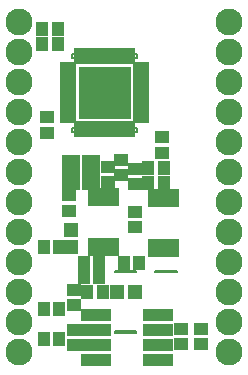
<source format=gts>
G04 (created by PCBNEW (2013-jul-07)-stable) date Mon 28 Dec 2015 12:05:22 PM PST*
%MOIN*%
G04 Gerber Fmt 3.4, Leading zero omitted, Abs format*
%FSLAX34Y34*%
G01*
G70*
G90*
G04 APERTURE LIST*
%ADD10C,0.00393701*%
%ADD11C,0.005*%
%ADD12C,0.002*%
%ADD13R,0.055048X0.025548*%
%ADD14R,0.025548X0.055048*%
%ADD15R,0.177148X0.177148*%
%ADD16R,0.043248X0.051148*%
%ADD17R,0.047148X0.047148*%
%ADD18R,0.051148X0.043248*%
%ADD19R,0.027548X0.062948*%
%ADD20R,0.062948X0.059048*%
%ADD21R,0.102348X0.039348*%
%ADD22O,0.089748X0.089748*%
G04 APERTURE END LIST*
G54D10*
X58870Y-39281D02*
G75*
G03X58870Y-39281I-59J0D01*
G74*
G01*
X58673Y-39281D02*
G75*
G03X58673Y-39281I-59J0D01*
G74*
G01*
X58477Y-39281D02*
G75*
G03X58477Y-39281I-59J0D01*
G74*
G01*
X58280Y-39281D02*
G75*
G03X58280Y-39281I-59J0D01*
G74*
G01*
X58083Y-39281D02*
G75*
G03X58083Y-39281I-59J0D01*
G74*
G01*
X57887Y-39281D02*
G75*
G03X57887Y-39281I-59J0D01*
G74*
G01*
X57690Y-39281D02*
G75*
G03X57690Y-39281I-59J0D01*
G74*
G01*
X57493Y-39281D02*
G75*
G03X57493Y-39281I-59J0D01*
G74*
G01*
X57297Y-39281D02*
G75*
G03X57297Y-39281I-59J0D01*
G74*
G01*
X57100Y-39281D02*
G75*
G03X57100Y-39281I-59J0D01*
G74*
G01*
X56932Y-39113D02*
G75*
G03X56932Y-39113I-59J0D01*
G74*
G01*
X57100Y-37175D02*
G75*
G03X57100Y-37175I-59J0D01*
G74*
G01*
X59038Y-39113D02*
G75*
G03X59038Y-39113I-59J0D01*
G74*
G01*
X59038Y-38916D02*
G75*
G03X59038Y-38916I-59J0D01*
G74*
G01*
X59038Y-38720D02*
G75*
G03X59038Y-38720I-59J0D01*
G74*
G01*
X59038Y-38523D02*
G75*
G03X59038Y-38523I-59J0D01*
G74*
G01*
X59038Y-38326D02*
G75*
G03X59038Y-38326I-59J0D01*
G74*
G01*
X59038Y-38130D02*
G75*
G03X59038Y-38130I-59J0D01*
G74*
G01*
X59038Y-37933D02*
G75*
G03X59038Y-37933I-59J0D01*
G74*
G01*
X59038Y-37736D02*
G75*
G03X59038Y-37736I-59J0D01*
G74*
G01*
X59038Y-37540D02*
G75*
G03X59038Y-37540I-59J0D01*
G74*
G01*
X59038Y-37343D02*
G75*
G03X59038Y-37343I-59J0D01*
G74*
G01*
X56932Y-38916D02*
G75*
G03X56932Y-38916I-59J0D01*
G74*
G01*
X56932Y-38720D02*
G75*
G03X56932Y-38720I-59J0D01*
G74*
G01*
X56932Y-38523D02*
G75*
G03X56932Y-38523I-59J0D01*
G74*
G01*
X56932Y-38326D02*
G75*
G03X56932Y-38326I-59J0D01*
G74*
G01*
X56932Y-38130D02*
G75*
G03X56932Y-38130I-59J0D01*
G74*
G01*
X56932Y-37933D02*
G75*
G03X56932Y-37933I-59J0D01*
G74*
G01*
X56932Y-37736D02*
G75*
G03X56932Y-37736I-59J0D01*
G74*
G01*
X56932Y-37540D02*
G75*
G03X56932Y-37540I-59J0D01*
G74*
G01*
X56932Y-37343D02*
G75*
G03X56932Y-37343I-59J0D01*
G74*
G01*
X57297Y-37175D02*
G75*
G03X57297Y-37175I-59J0D01*
G74*
G01*
X57493Y-37175D02*
G75*
G03X57493Y-37175I-59J0D01*
G74*
G01*
X57690Y-37175D02*
G75*
G03X57690Y-37175I-59J0D01*
G74*
G01*
X57887Y-37175D02*
G75*
G03X57887Y-37175I-59J0D01*
G74*
G01*
X58083Y-37175D02*
G75*
G03X58083Y-37175I-59J0D01*
G74*
G01*
X58280Y-37175D02*
G75*
G03X58280Y-37175I-59J0D01*
G74*
G01*
X58477Y-37175D02*
G75*
G03X58477Y-37175I-59J0D01*
G74*
G01*
X58673Y-37175D02*
G75*
G03X58673Y-37175I-59J0D01*
G74*
G01*
X58870Y-37175D02*
G75*
G03X58870Y-37175I-59J0D01*
G74*
G01*
G54D11*
X56499Y-37402D02*
X56883Y-37402D01*
X56883Y-37402D02*
X56883Y-37284D01*
X56883Y-37284D02*
X56499Y-37284D01*
X56499Y-37284D02*
X56499Y-37402D01*
X56499Y-37599D02*
X56883Y-37599D01*
X56883Y-37599D02*
X56883Y-37480D01*
X56883Y-37480D02*
X56499Y-37480D01*
X56499Y-37480D02*
X56499Y-37599D01*
X56499Y-37795D02*
X56883Y-37795D01*
X56883Y-37795D02*
X56883Y-37677D01*
X56883Y-37677D02*
X56499Y-37677D01*
X56499Y-37677D02*
X56499Y-37795D01*
X56499Y-37992D02*
X56883Y-37992D01*
X56883Y-37992D02*
X56883Y-37874D01*
X56883Y-37874D02*
X56499Y-37874D01*
X56499Y-37874D02*
X56499Y-37992D01*
X56499Y-38189D02*
X56883Y-38189D01*
X56883Y-38189D02*
X56883Y-38071D01*
X56883Y-38071D02*
X56499Y-38071D01*
X56499Y-38071D02*
X56499Y-38189D01*
X56499Y-38385D02*
X56883Y-38385D01*
X56883Y-38385D02*
X56883Y-38267D01*
X56883Y-38267D02*
X56499Y-38267D01*
X56499Y-38267D02*
X56499Y-38385D01*
X56499Y-38582D02*
X56893Y-38582D01*
X56893Y-38582D02*
X56893Y-38464D01*
X56893Y-38464D02*
X56499Y-38464D01*
X56499Y-38464D02*
X56499Y-38582D01*
X56499Y-38779D02*
X56883Y-38779D01*
X56883Y-38779D02*
X56883Y-38661D01*
X56883Y-38661D02*
X56499Y-38661D01*
X56499Y-38661D02*
X56499Y-38779D01*
X56499Y-39172D02*
X56883Y-39172D01*
X56883Y-39172D02*
X56883Y-39054D01*
X56883Y-39054D02*
X56499Y-39054D01*
X56499Y-39054D02*
X56499Y-39172D01*
X56499Y-38976D02*
X56883Y-38976D01*
X56883Y-38976D02*
X56883Y-38857D01*
X56883Y-38857D02*
X56499Y-38857D01*
X56499Y-38857D02*
X56499Y-38976D01*
X56849Y-39522D02*
X57233Y-39522D01*
X57233Y-39522D02*
X57233Y-39404D01*
X57233Y-39404D02*
X56849Y-39404D01*
X56849Y-39404D02*
X56849Y-39522D01*
X57046Y-39522D02*
X57429Y-39522D01*
X57429Y-39522D02*
X57429Y-39404D01*
X57429Y-39404D02*
X57046Y-39404D01*
X57046Y-39404D02*
X57046Y-39522D01*
X57242Y-39522D02*
X57626Y-39522D01*
X57626Y-39522D02*
X57626Y-39404D01*
X57626Y-39404D02*
X57242Y-39404D01*
X57242Y-39404D02*
X57242Y-39522D01*
X57439Y-39522D02*
X57823Y-39522D01*
X57823Y-39522D02*
X57823Y-39404D01*
X57823Y-39404D02*
X57439Y-39404D01*
X57439Y-39404D02*
X57439Y-39522D01*
X57636Y-39522D02*
X58019Y-39522D01*
X58019Y-39522D02*
X58019Y-39404D01*
X58019Y-39404D02*
X57636Y-39404D01*
X57636Y-39404D02*
X57636Y-39522D01*
X57833Y-39522D02*
X58216Y-39522D01*
X58216Y-39522D02*
X58216Y-39404D01*
X58216Y-39404D02*
X57833Y-39404D01*
X57833Y-39404D02*
X57833Y-39522D01*
X58029Y-39522D02*
X58413Y-39522D01*
X58413Y-39522D02*
X58413Y-39404D01*
X58413Y-39404D02*
X58029Y-39404D01*
X58029Y-39404D02*
X58029Y-39522D01*
X58226Y-39522D02*
X58610Y-39522D01*
X58610Y-39522D02*
X58610Y-39404D01*
X58610Y-39404D02*
X58226Y-39404D01*
X58226Y-39404D02*
X58226Y-39522D01*
X58423Y-39522D02*
X58806Y-39522D01*
X58806Y-39522D02*
X58806Y-39404D01*
X58806Y-39404D02*
X58423Y-39404D01*
X58423Y-39404D02*
X58423Y-39522D01*
X58619Y-39522D02*
X59003Y-39522D01*
X59003Y-39522D02*
X59003Y-39404D01*
X59003Y-39404D02*
X58619Y-39404D01*
X58619Y-39404D02*
X58619Y-39522D01*
X58969Y-39172D02*
X59353Y-39172D01*
X59353Y-39172D02*
X59353Y-39054D01*
X59353Y-39054D02*
X58969Y-39054D01*
X58969Y-39054D02*
X58969Y-39172D01*
X58969Y-38976D02*
X59353Y-38976D01*
X59353Y-38976D02*
X59353Y-38857D01*
X59353Y-38857D02*
X58969Y-38857D01*
X58969Y-38857D02*
X58969Y-38976D01*
X58969Y-38779D02*
X59353Y-38779D01*
X59353Y-38779D02*
X59353Y-38661D01*
X59353Y-38661D02*
X58969Y-38661D01*
X58969Y-38661D02*
X58969Y-38779D01*
X58969Y-38582D02*
X59353Y-38582D01*
X59353Y-38582D02*
X59353Y-38464D01*
X59353Y-38464D02*
X58969Y-38464D01*
X58969Y-38464D02*
X58969Y-38582D01*
X58969Y-38385D02*
X59353Y-38385D01*
X59353Y-38385D02*
X59353Y-38267D01*
X59353Y-38267D02*
X58969Y-38267D01*
X58969Y-38267D02*
X58969Y-38385D01*
X58969Y-38189D02*
X59353Y-38189D01*
X59353Y-38189D02*
X59353Y-38071D01*
X59353Y-38071D02*
X58969Y-38071D01*
X58969Y-38071D02*
X58969Y-38189D01*
X58969Y-37992D02*
X59353Y-37992D01*
X59353Y-37992D02*
X59353Y-37874D01*
X59353Y-37874D02*
X58969Y-37874D01*
X58969Y-37874D02*
X58969Y-37992D01*
X58969Y-37795D02*
X59353Y-37795D01*
X59353Y-37795D02*
X59353Y-37677D01*
X59353Y-37677D02*
X58969Y-37677D01*
X58969Y-37677D02*
X58969Y-37795D01*
X58969Y-37599D02*
X59353Y-37599D01*
X59353Y-37599D02*
X59353Y-37480D01*
X59353Y-37480D02*
X58969Y-37480D01*
X58969Y-37480D02*
X58969Y-37599D01*
X58969Y-37402D02*
X59353Y-37402D01*
X59353Y-37402D02*
X59353Y-37284D01*
X59353Y-37284D02*
X58969Y-37284D01*
X58969Y-37284D02*
X58969Y-37402D01*
X58423Y-37052D02*
X58806Y-37052D01*
X58806Y-37052D02*
X58806Y-36934D01*
X58806Y-36934D02*
X58423Y-36934D01*
X58423Y-36934D02*
X58423Y-37052D01*
X58226Y-37052D02*
X58610Y-37052D01*
X58610Y-37052D02*
X58610Y-36934D01*
X58610Y-36934D02*
X58226Y-36934D01*
X58226Y-36934D02*
X58226Y-37052D01*
X58029Y-37052D02*
X58413Y-37052D01*
X58413Y-37052D02*
X58413Y-36934D01*
X58413Y-36934D02*
X58029Y-36934D01*
X58029Y-36934D02*
X58029Y-37052D01*
X57833Y-37052D02*
X58216Y-37052D01*
X58216Y-37052D02*
X58216Y-36934D01*
X58216Y-36934D02*
X57833Y-36934D01*
X57833Y-36934D02*
X57833Y-37052D01*
X57636Y-37052D02*
X58019Y-37052D01*
X58019Y-37052D02*
X58019Y-36934D01*
X58019Y-36934D02*
X57636Y-36934D01*
X57636Y-36934D02*
X57636Y-37052D01*
X57439Y-37052D02*
X57823Y-37052D01*
X57823Y-37052D02*
X57823Y-36934D01*
X57823Y-36934D02*
X57439Y-36934D01*
X57439Y-36934D02*
X57439Y-37052D01*
X57242Y-37052D02*
X57626Y-37052D01*
X57626Y-37052D02*
X57626Y-36934D01*
X57626Y-36934D02*
X57242Y-36934D01*
X57242Y-36934D02*
X57242Y-37052D01*
X57046Y-37052D02*
X57429Y-37052D01*
X57429Y-37052D02*
X57429Y-36934D01*
X57429Y-36934D02*
X57046Y-36934D01*
X57046Y-36934D02*
X57046Y-37052D01*
X56849Y-37052D02*
X57233Y-37052D01*
X57233Y-37052D02*
X57233Y-36934D01*
X57233Y-36934D02*
X56849Y-36934D01*
X56849Y-36934D02*
X56849Y-37052D01*
X58619Y-37052D02*
X59003Y-37052D01*
X59003Y-37052D02*
X59003Y-36934D01*
X59003Y-36934D02*
X58619Y-36934D01*
X58619Y-36934D02*
X58619Y-37052D01*
G54D12*
X57218Y-41378D02*
X57218Y-41054D01*
X57218Y-41054D02*
X57346Y-40926D01*
X57346Y-40926D02*
X57710Y-40926D01*
X57710Y-40926D02*
X57710Y-41378D01*
X57710Y-41378D02*
X57218Y-41378D01*
G54D11*
X56540Y-40838D02*
X57052Y-40838D01*
X57052Y-40838D02*
X57052Y-40366D01*
X57052Y-40366D02*
X56540Y-40366D01*
X56540Y-40366D02*
X56540Y-40838D01*
X57208Y-40838D02*
X57720Y-40838D01*
X57720Y-40838D02*
X57720Y-40366D01*
X57720Y-40366D02*
X57208Y-40366D01*
X57208Y-40366D02*
X57208Y-40838D01*
X56540Y-41388D02*
X57052Y-41388D01*
X57052Y-41388D02*
X57052Y-40916D01*
X57052Y-40916D02*
X56540Y-40916D01*
X56540Y-40916D02*
X56540Y-41388D01*
X59605Y-44154D02*
X59605Y-44214D01*
X59605Y-44214D02*
X60325Y-44214D01*
X60325Y-44214D02*
X60325Y-44154D01*
X60325Y-44154D02*
X59605Y-44154D01*
X58266Y-44154D02*
X58266Y-44214D01*
X58266Y-44214D02*
X58986Y-44214D01*
X58986Y-44214D02*
X58986Y-44154D01*
X58986Y-44154D02*
X58266Y-44154D01*
X58986Y-46222D02*
X58986Y-46162D01*
X58986Y-46162D02*
X58266Y-46162D01*
X58266Y-46162D02*
X58266Y-46222D01*
X58266Y-46222D02*
X58986Y-46222D01*
G54D13*
X56706Y-37343D03*
X56706Y-37540D03*
X56706Y-37736D03*
X56706Y-37933D03*
X56706Y-38130D03*
X56706Y-38326D03*
X56706Y-38523D03*
X56706Y-38720D03*
X56706Y-38916D03*
X56706Y-39113D03*
G54D14*
X57041Y-39448D03*
X57238Y-39448D03*
X57434Y-39448D03*
X57631Y-39448D03*
X57828Y-39448D03*
X58024Y-39448D03*
X58221Y-39448D03*
X58418Y-39448D03*
X58614Y-39448D03*
X58811Y-39448D03*
G54D13*
X59146Y-39113D03*
X59146Y-38916D03*
X59146Y-38720D03*
X59146Y-38523D03*
X59146Y-38326D03*
X59146Y-38130D03*
X59146Y-37933D03*
X59146Y-37736D03*
X59146Y-37540D03*
X59146Y-37343D03*
G54D14*
X58811Y-37008D03*
X58614Y-37008D03*
X58418Y-37008D03*
X58221Y-37008D03*
X58024Y-37008D03*
X57828Y-37008D03*
X57631Y-37008D03*
X57434Y-37008D03*
X57238Y-37008D03*
X57041Y-37008D03*
G54D15*
X57926Y-38228D03*
G54D16*
X56401Y-43358D03*
X55891Y-43358D03*
G54D17*
X56815Y-42787D03*
X56815Y-43377D03*
G54D18*
X55989Y-39558D03*
X55989Y-39048D03*
X58477Y-40453D03*
X58477Y-40963D03*
X59839Y-39717D03*
X59839Y-40227D03*
G54D16*
X55852Y-36114D03*
X56362Y-36114D03*
X58568Y-43909D03*
X59078Y-43909D03*
X55852Y-36586D03*
X56362Y-36586D03*
X59383Y-40732D03*
X59893Y-40732D03*
X59383Y-41240D03*
X59893Y-41240D03*
G54D18*
X58949Y-40768D03*
X58949Y-41278D03*
X58949Y-42185D03*
X58949Y-42695D03*
G54D19*
X57494Y-41700D03*
X57750Y-41700D03*
X58005Y-41700D03*
X58261Y-41700D03*
X58261Y-43362D03*
X58005Y-43362D03*
X57750Y-43362D03*
X57494Y-43362D03*
G54D16*
X57230Y-43909D03*
X57740Y-43909D03*
G54D19*
X59502Y-41739D03*
X59758Y-41739D03*
X60013Y-41739D03*
X60269Y-41739D03*
X60269Y-43401D03*
X60013Y-43401D03*
X59758Y-43401D03*
X59502Y-43401D03*
G54D18*
X56737Y-41646D03*
X56737Y-42156D03*
X58036Y-40701D03*
X58036Y-41211D03*
G54D20*
X56796Y-41152D03*
X57464Y-41152D03*
X57464Y-40602D03*
X56796Y-40602D03*
G54D21*
X57643Y-46139D03*
X59689Y-46139D03*
X57643Y-45639D03*
X57643Y-46639D03*
X57643Y-47139D03*
X59689Y-45639D03*
X59689Y-46639D03*
X59689Y-47139D03*
G54D18*
X60477Y-46605D03*
X60477Y-46095D03*
X56894Y-46134D03*
X56894Y-46644D03*
X56894Y-45306D03*
X56894Y-44796D03*
X61146Y-46605D03*
X61146Y-46095D03*
G54D16*
X57740Y-44381D03*
X57230Y-44381D03*
X55891Y-45444D03*
X56401Y-45444D03*
G54D17*
X58921Y-44854D03*
X58331Y-44854D03*
G54D16*
X57858Y-44854D03*
X57348Y-44854D03*
X55891Y-46429D03*
X56401Y-46429D03*
G54D22*
X55083Y-39873D03*
X55083Y-38873D03*
X55083Y-37873D03*
X55083Y-36873D03*
X55083Y-35873D03*
X62071Y-35877D03*
X62071Y-36877D03*
X62071Y-37877D03*
X62071Y-38877D03*
X62071Y-39877D03*
X62071Y-40877D03*
X62071Y-41877D03*
X62071Y-42877D03*
X62071Y-43877D03*
X62071Y-44877D03*
X62071Y-45877D03*
X62071Y-46877D03*
X55083Y-43869D03*
X55083Y-42869D03*
X55083Y-41869D03*
X55083Y-40869D03*
X55083Y-44873D03*
X55083Y-45873D03*
X55083Y-46873D03*
M02*

</source>
